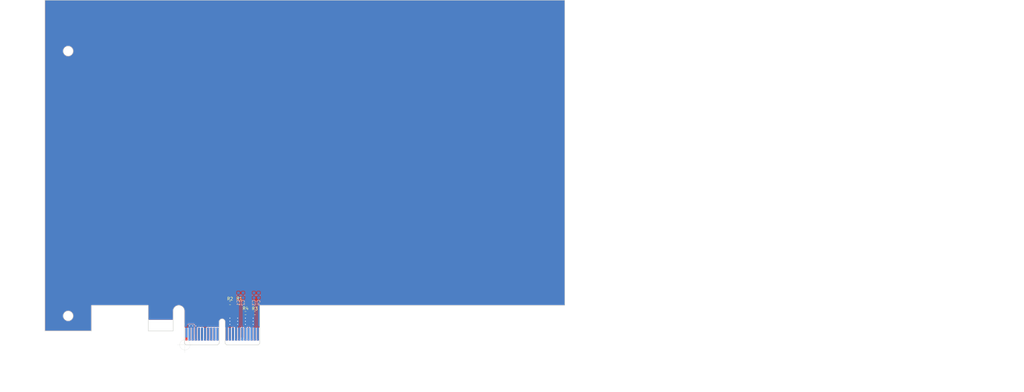
<source format=kicad_pcb>
(kicad_pcb (version 20241229) (generator "pcbnew") (generator_version "9.0")
  (layers (0 "F.Cu" signal) (4 "In1.Cu" signal) (6 "In2.Cu" signal) (2 "B.Cu" signal) (13 "F.Paste" user) (15 "B.Paste" user) (5 "F.SilkS" user "F.Silkscreen") (7 "B.SilkS" user "B.Silkscreen") (1 "F.Mask" user) (3 "B.Mask" user) (25 "Edge.Cuts" user))
  (net 0 "")
  (net 1 "GND")
  (net 2 "+12V")
  (net 3 "/PET0_N")
  (net 4 "/PET1_N")
  (net 5 "/PET0_P")
  (net 6 "/PET1_P")
  (net 7 "/PCIexpress_connector/_PER0_P")
  (net 8 "/PCIexpress_connector/_PER0_N")
  (net 9 "/PCIexpress_connector/_PER1_P")
  (net 10 "/PCIexpress_connector/_PER1_N")
  (net 11 "/~{PRSNT1}")
  (net 12 "/TCK")
  (net 13 "/TDI")
  (net 14 "/TDO")
  (net 15 "/TMS")
  (net 16 "+3V3")
  (net 17 "/~{PERST}")
  (net 18 "/REFCLK+")
  (net 19 "/REFCLK-")
  (net 20 "/SMCLK")
  (net 21 "/SMDAT")
  (net 22 "/~{TRST}")
  (net 23 "+3.3VA")
  (net 24 "/~{WAKE}")
  (net 25 "/~{PRSNT2x1}")
  (net 26 "/PER0_P")
  (net 27 "/PER0_N")
  (net 28 "/PER1_P")
  (net 29 "/PER1_N")
  (footprint "PCIexpress:PCIexpress_bracket_full" (layer "F.Cu") (at 106.63 196.569647)
    (property "Reference" "J1" (hide yes))
    (property "Value" "PCIexpress_bracket")
  )
  (footprint "PCIexpress:PCIexpress_x2" (layer "F.Cu") (at 106.63 196.57)
    (property "Reference" "J1" (hide yes))
    (property "Value" "PCIexpress_x2")
    (pad "A1" connect rect (at 0.5 -4) (size 0.7 3.2) (layers "B.Cu") (net 11 "/~{PRSNT1}"))
    (pad "A2" connect rect (at 1.5 -3.5) (size 0.7 4.2) (layers "B.Cu") (net 2 "+12V"))
    (pad "A3" connect rect (at 2.5 -3.5) (size 0.7 4.2) (layers "B.Cu") (net 2 "+12V"))
    (pad "A4" connect rect (at 3.5 -3.5) (size 0.7 4.2) (layers "B.Cu") (net 1 "GND"))
    (pad "A5" connect rect (at 4.5 -3.5) (size 0.7 4.2) (layers "B.Cu") (net 12 "/TCK"))
    (pad "A6" connect rect (at 5.5 -3.5) (size 0.7 4.2) (layers "B.Cu") (net 13 "/TDI"))
    (pad "A7" connect rect (at 6.5 -3.5) (size 0.7 4.2) (layers "B.Cu") (net 14 "/TDO"))
    (pad "A8" connect rect (at 7.5 -3.5) (size 0.7 4.2) (layers "B.Cu") (net 15 "/TMS"))
    (pad "A9" connect rect (at 8.5 -3.5) (size 0.7 4.2) (layers "B.Cu") (net 16 "+3V3"))
    (pad "A10" connect rect (at 9.5 -3.5) (size 0.7 4.2) (layers "B.Cu") (net 16 "+3V3"))
    (pad "A11" connect rect (at 10.5 -3.5) (size 0.7 4.2) (layers "B.Cu") (net 17 "/~{PERST}"))
    (pad "A12" connect rect (at 13.5 -3.5) (size 0.7 4.2) (layers "B.Cu") (net 1 "GND"))
    (pad "A13" connect rect (at 14.5 -3.5) (size 0.7 4.2) (layers "B.Cu") (net 18 "/REFCLK+"))
    (pad "A14" connect rect (at 15.5 -3.5) (size 0.7 4.2) (layers "B.Cu") (net 19 "/REFCLK-"))
    (pad "A15" connect rect (at 16.5 -3.5) (size 0.7 4.2) (layers "B.Cu") (net 1 "GND"))
    (pad "A16" connect rect (at 17.5 -3.5) (size 0.7 4.2) (layers "B.Cu") (net 7 "/PCIexpress_connector/_PER0_P"))
    (pad "A17" connect rect (at 18.5 -3.5) (size 0.7 4.2) (layers "B.Cu") (net 8 "/PCIexpress_connector/_PER0_N"))
    (pad "A18" connect rect (at 19.5 -3.5) (size 0.7 4.2) (layers "B.Cu") (net 1 "GND"))
    (pad "A19" connect rect (at 20.5 -3.5) (size 0.7 4.2) (layers "B.Cu"))
    (pad "A20" connect rect (at 21.5 -3.5) (size 0.7 4.2) (layers "B.Cu") (net 1 "GND"))
    (pad "A21" connect rect (at 22.5 -3.5) (size 0.7 4.2) (layers "B.Cu") (net 9 "/PCIexpress_connector/_PER1_P"))
    (pad "A22" connect rect (at 23.5 -3.5) (size 0.7 4.2) (layers "B.Cu") (net 10 "/PCIexpress_connector/_PER1_N"))
    (pad "B1" connect rect (at 0.5 -3.5) (size 0.7 4.2) (layers "F.Cu") (net 2 "+12V"))
    (pad "B2" connect rect (at 1.5 -3.5) (size 0.7 4.2) (layers "F.Cu") (net 2 "+12V"))
    (pad "B3" connect rect (at 2.5 -3.5) (size 0.7 4.2) (layers "F.Cu") (net 2 "+12V"))
    (pad "B4" connect rect (at 3.5 -3.5) (size 0.7 4.2) (layers "F.Cu") (net 1 "GND"))
    (pad "B5" connect rect (at 4.5 -3.5) (size 0.7 4.2) (layers "F.Cu") (net 20 "/SMCLK"))
    (pad "B6" connect rect (at 5.5 -3.5) (size 0.7 4.2) (layers "F.Cu") (net 21 "/SMDAT"))
    (pad "B7" connect rect (at 6.5 -3.5) (size 0.7 4.2) (layers "F.Cu") (net 1 "GND"))
    (pad "B8" connect rect (at 7.5 -3.5) (size 0.7 4.2) (layers "F.Cu") (net 16 "+3V3"))
    (pad "B9" connect rect (at 8.5 -3.5) (size 0.7 4.2) (layers "F.Cu") (net 22 "/~{TRST}"))
    (pad "B10" connect rect (at 9.5 -3.5) (size 0.7 4.2) (layers "F.Cu") (net 23 "+3.3VA"))
    (pad "B11" connect rect (at 10.5 -3.5) (size 0.7 4.2) (layers "F.Cu") (net 24 "/~{WAKE}"))
    (pad "B12" connect rect (at 13.5 -3.5) (size 0.7 4.2) (layers "F.Cu"))
    (pad "B13" connect rect (at 14.5 -3.5) (size 0.7 4.2) (layers "F.Cu") (net 1 "GND"))
    (pad "B14" connect rect (at 15.5 -3.5) (size 0.7 4.2) (layers "F.Cu") (net 5 "/PET0_P"))
    (pad "B15" connect rect (at 16.5 -3.5) (size 0.7 4.2) (layers "F.Cu") (net 3 "/PET0_N"))
    (pad "B16" connect rect (at 17.5 -3.5) (size 0.7 4.2) (layers "F.Cu") (net 1 "GND"))
    (pad "B17" connect rect (at 18.5 -4) (size 0.7 3.2) (layers "F.Cu") (net 25 "/~{PRSNT2x1}"))
    (pad "B18" connect rect (at 19.5 -3.5) (size 0.7 4.2) (layers "F.Cu") (net 1 "GND"))
    (pad "B19" connect rect (at 20.5 -3.5) (size 0.7 4.2) (layers "F.Cu") (net 6 "/PET1_P"))
    (pad "B20" connect rect (at 21.5 -3.5) (size 0.7 4.2) (layers "F.Cu") (net 4 "/PET1_N"))
    (pad "B21" connect rect (at 22.5 -3.5) (size 0.7 4.2) (layers "F.Cu") (net 1 "GND"))
    (pad "B22" connect rect (at 23.5 -3.5) (size 0.7 4.2) (layers "F.Cu") (net 1 "GND"))
  )
  (footprint "Resistor_SMD:R_0603_1608Metric" (layer "F.Cu") (at 124.1675 183.07)
    (property "Reference" "R1" (at 0 -1.43 0) (layer "F.SilkS"))
    (property "Value" "49.9")
    (fp_line (start -0.237258 -0.5225) (end 0.237258 -0.5225) (stroke (width 0.12)) (layer "F.SilkS"))
    (fp_line (start -0.237258 0.5225) (end 0.237258 0.5225) (stroke (width 0.12)) (layer "F.SilkS"))
    (pad "1" smd roundrect (at -0.825 0) (size 0.8 0.95) (layers "F.Cu" "F.Mask" "F.Paste") (net 3 "/PET0_N"))
    (pad "2" smd roundrect (at 0.825 0) (size 0.8 0.95) (layers "F.Cu" "F.Mask" "F.Paste") (net 1 "GND"))
  )
  (footprint "Resistor_SMD:R_0603_1608Metric" (layer "F.Cu") (at 129.1675 186.32)
    (property "Reference" "R3" (at 0 -1.43 0) (layer "F.SilkS"))
    (property "Value" "49.9")
    (fp_line (start -0.237258 -0.5225) (end 0.237258 -0.5225) (stroke (width 0.12)) (layer "F.SilkS"))
    (fp_line (start -0.237258 0.5225) (end 0.237258 0.5225) (stroke (width 0.12)) (layer "F.SilkS"))
    (pad "1" smd roundrect (at -0.825 0) (size 0.8 0.95) (layers "F.Cu" "F.Mask" "F.Paste") (net 4 "/PET1_N"))
    (pad "2" smd roundrect (at 0.825 0) (size 0.8 0.95) (layers "F.Cu" "F.Mask" "F.Paste") (net 1 "GND"))
  )
  (footprint "Resistor_SMD:R_0603_1608Metric" (layer "F.Cu") (at 126.1675 186.32 180)
    (property "Reference" "R4" (at 0 1.505 0) (layer "F.SilkS"))
    (property "Value" "49.9")
    (fp_line (start -0.237258 0.5225) (end 0.237258 0.5225) (stroke (width 0.12)) (layer "F.SilkS"))
    (fp_line (start -0.237258 -0.5225) (end 0.237258 -0.5225) (stroke (width 0.12)) (layer "F.SilkS"))
    (pad "1" smd roundrect (at -0.825 0 180) (size 0.8 0.95) (layers "F.Cu" "F.Mask" "F.Paste") (net 6 "/PET1_P"))
    (pad "2" smd roundrect (at 0.825 0 180) (size 0.8 0.95) (layers "F.Cu" "F.Mask" "F.Paste") (net 1 "GND"))
  )
  (footprint "Resistor_SMD:R_0603_1608Metric" (layer "F.Cu") (at 121.1675 183.07 180)
    (property "Reference" "R2" (at 0 1.365 0) (layer "F.SilkS"))
    (property "Value" "49.9")
    (fp_line (start -0.237258 0.5225) (end 0.237258 0.5225) (stroke (width 0.12)) (layer "F.SilkS"))
    (fp_line (start -0.237258 -0.5225) (end 0.237258 -0.5225) (stroke (width 0.12)) (layer "F.SilkS"))
    (pad "1" smd roundrect (at -0.825 0 180) (size 0.8 0.95) (layers "F.Cu" "F.Mask" "F.Paste") (net 5 "/PET0_P"))
    (pad "2" smd roundrect (at 0.825 0 180) (size 0.8 0.95) (layers "F.Cu" "F.Mask" "F.Paste") (net 1 "GND"))
  )
  (footprint "Capacitor_SMD:C_0603_1608Metric" (layer "B.Cu") (at 128.88 180.5575 -90)
    (property "Reference" "C3" (at 2.4125 0 90) (layer "B.SilkS") (effects (justify mirror)))
    (property "Value" "100n")
    (fp_line (start -0.14058 0.51) (end 0.14058 0.51) (stroke (width 0.12)) (layer "B.SilkS"))
    (fp_line (start -0.14058 -0.51) (end 0.14058 -0.51) (stroke (width 0.12)) (layer "B.SilkS"))
    (pad "1" smd roundrect (at -0.775 0 270) (size 0.9 0.95) (layers "B.Cu" "B.Mask" "B.Paste") (net 28 "/PER1_P"))
    (pad "2" smd roundrect (at 0.775 0 270) (size 0.9 0.95) (layers "B.Cu" "B.Mask" "B.Paste") (net 9 "/PCIexpress_connector/_PER1_P"))
  )
  (footprint "Capacitor_SMD:C_0603_1608Metric" (layer "B.Cu") (at 125.38 180.5575 90)
    (property "Reference" "C2" (at -2.4275 0.005 90) (layer "B.SilkS") (effects (justify mirror)))
    (property "Value" "100n")
    (fp_line (start -0.14058 -0.51) (end 0.14058 -0.51) (stroke (width 0.12)) (layer "B.SilkS"))
    (fp_line (start -0.14058 0.51) (end 0.14058 0.51) (stroke (width 0.12)) (layer "B.SilkS"))
    (pad "1" smd roundrect (at -0.775 0 90) (size 0.9 0.95) (layers "B.Cu" "B.Mask" "B.Paste") (net 8 "/PCIexpress_connector/_PER0_N"))
    (pad "2" smd roundrect (at 0.775 0 90) (size 0.9 0.95) (layers "B.Cu" "B.Mask" "B.Paste") (net 27 "/PER0_N"))
  )
  (footprint "Capacitor_SMD:C_0603_1608Metric" (layer "B.Cu") (at 123.88 180.5575 -90)
    (property "Reference" "C1" (at 2.4375 0 270) (layer "B.SilkS") (effects (justify mirror)))
    (property "Value" "100n")
    (fp_line (start -0.14058 0.51) (end 0.14058 0.51) (stroke (width 0.12)) (layer "B.SilkS"))
    (fp_line (start -0.14058 -0.51) (end 0.14058 -0.51) (stroke (width 0.12)) (layer "B.SilkS"))
    (pad "1" smd roundrect (at -0.775 0 270) (size 0.9 0.95) (layers "B.Cu" "B.Mask" "B.Paste") (net 26 "/PER0_P"))
    (pad "2" smd roundrect (at 0.775 0 270) (size 0.9 0.95) (layers "B.Cu" "B.Mask" "B.Paste") (net 7 "/PCIexpress_connector/_PER0_P"))
  )
  (footprint "Capacitor_SMD:C_0603_1608Metric" (layer "B.Cu") (at 130.38 180.5575 90)
    (property "Reference" "C4" (at -2.4125 0.005 90) (layer "B.SilkS") (effects (justify mirror)))
    (property "Value" "100n")
    (fp_line (start -0.14058 -0.51) (end 0.14058 -0.51) (stroke (width 0.12)) (layer "B.SilkS"))
    (fp_line (start -0.14058 0.51) (end 0.14058 0.51) (stroke (width 0.12)) (layer "B.SilkS"))
    (pad "1" smd roundrect (at -0.775 0 90) (size 0.9 0.95) (layers "B.Cu" "B.Mask" "B.Paste") (net 10 "/PCIexpress_connector/_PER1_N"))
    (pad "2" smd roundrect (at 0.775 0 90) (size 0.9 0.95) (layers "B.Cu" "B.Mask" "B.Paste") (net 29 "/PER1_N"))
  )
  (gr_line (start 119.58 196.07) (end 120.08 196.57) (stroke (width 0.15)) (layer "Edge.Cuts"))
  (gr_line (start 106.48 185.645) (end 106.48 196.07) (stroke (width 0.15)) (layer "Edge.Cuts"))
  (gr_line (start 119.58 189.12) (end 119.58 196.07) (stroke (width 0.15)) (layer "Edge.Cuts"))
  (gr_circle (center 68.98 187.22) (end 70.58 187.22) (stroke (width 0.15)) (fill no) (layer "Edge.Cuts"))
  (gr_arc (start 102.83 185.645) (mid 104.655 183.82) (end 106.48 185.645) (stroke (width 0.15)) (layer "Edge.Cuts"))
  (gr_circle (center 68.98 101.82) (end 70.58 101.82) (stroke (width 0.15)) (fill no) (layer "Edge.Cuts"))
  (gr_line (start 94.83 183.82) (end 94.83 192.07) (stroke (width 0.15)) (layer "Edge.Cuts"))
  (gr_line (start 106.48 196.07) (end 106.98 196.57) (stroke (width 0.15)) (layer "Edge.Cuts"))
  (gr_line (start 76.48 183.82) (end 94.83 183.82) (stroke (width 0.15)) (layer "Edge.Cuts"))
  (gr_arc (start 117.68 189.12) (mid 118.63 188.17) (end 119.58 189.12) (stroke (width 0.15)) (layer "Edge.Cuts"))
  (gr_line (start 61.48 85.42) (end 61.48 192.07) (stroke (width 0.15)) (layer "Edge.Cuts"))
  (gr_line (start 130.78 196.07) (end 130.28 196.57) (stroke (width 0.15)) (layer "Edge.Cuts"))
  (gr_line (start 102.83 192.07) (end 102.83 185.645) (stroke (width 0.15)) (layer "Edge.Cuts"))
  (gr_line (start 106.98 196.57) (end 117.18 196.57) (stroke (width 0.15)) (layer "Edge.Cuts"))
  (gr_line (start 76.48 192.07) (end 76.48 183.82) (stroke (width 0.15)) (layer "Edge.Cuts"))
  (gr_line (start 117.68 196.07) (end 117.68 189.12) (stroke (width 0.15)) (layer "Edge.Cuts"))
  (gr_line (start 130.28 196.57) (end 120.08 196.57) (stroke (width 0.15)) (layer "Edge.Cuts"))
  (gr_line (start 117.18 196.57) (end 117.68 196.07) (stroke (width 0.15)) (layer "Edge.Cuts"))
  (gr_line (start 229.1327 183.82) (end 130.78 183.82) (stroke (width 0.15)) (layer "Edge.Cuts"))
  (gr_line (start 94.83 192.07) (end 102.83 192.07) (stroke (width 0.15)) (layer "Edge.Cuts"))
  (gr_line (start 61.48 192.07) (end 76.48 192.07) (stroke (width 0.15)) (layer "Edge.Cuts"))
  (gr_line (start 130.78 196.07) (end 130.78 183.82) (stroke (width 0.15)) (layer "Edge.Cuts"))
  (gr_line (start 61.48 85.42) (end 229.13 85.42) (stroke (width 0.15)) (layer "Edge.Cuts"))
  (gr_line (start 229.13 85.42) (end 229.1327 183.82) (stroke (width 0.15)) (layer "Edge.Cuts"))
  (target plus (at 106.63 196.57) (size 5) (width 0.05) (layer "Edge.Cuts"))
  (segment (start 110.13 190.57) (end 110.13 190.57) (width 0.7) (layer "F.Cu") (net 1))
  (segment (start 110.13 193.07) (end 110.13 190.445) (width 0.7) (layer "F.Cu") (net 1))
  (via (at 126.13 187.945) (size 0.55) (drill 0.3) (layers "F.Cu" "B.Cu") (net 1))
  (via (at 128.63 187.945) (size 0.55) (drill 0.3) (layers "F.Cu" "B.Cu") (net 1))
  (via (at 123.63 189.945) (size 0.55) (drill 0.3) (layers "F.Cu" "B.Cu") (net 1))
  (via (at 126.13 189.945) (size 0.55) (drill 0.3) (layers "F.Cu" "B.Cu") (net 1))
  (via (at 121.13 188.945) (size 0.55) (drill 0.3) (layers "F.Cu" "B.Cu") (net 1))
  (via (at 123.63 187.945) (size 0.55) (drill 0.3) (layers "F.Cu" "B.Cu") (net 1))
  (via (at 110.13 190.445) (size 0.55) (drill 0.3) (layers "F.Cu" "B.Cu") (net 1))
  (via (at 128.63 188.945) (size 0.55) (drill 0.3) (layers "F.Cu" "B.Cu") (net 1))
  (via (at 123.63 188.945) (size 0.55) (drill 0.3) (layers "F.Cu" "B.Cu") (net 1))
  (via (at 128.63 189.945) (size 0.55) (drill 0.3) (layers "F.Cu" "B.Cu") (net 1))
  (via (at 121.13 187.945) (size 0.55) (drill 0.3) (layers "F.Cu" "B.Cu") (net 1))
  (via (at 126.13 188.945) (size 0.55) (drill 0.3) (layers "F.Cu" "B.Cu") (net 1))
  (via (at 121.13 189.945) (size 0.55) (drill 0.3) (layers "F.Cu" "B.Cu") (net 1))
  (segment (start 108.13 193.07) (end 108.13 190.445) (width 0.0889) (layer "F.Cu") (net 2))
  (via (at 108.13 190.445) (size 0.55) (drill 0.3) (layers "F.Cu" "B.Cu") (net 2))
  (via (at 109.13 190.445) (size 0.55) (drill 0.3) (layers "F.Cu" "B.Cu") (net 2))
  (segment (start 122.83 190.52) (end 122.83 184.245) (width 0.2) (layer "F.Cu") (net 3))
  (segment (start 123.13 193.07) (end 123.13 190.82) (width 0.2) (layer "F.Cu") (net 3))
  (segment (start 123.3425 183.7325) (end 123.3425 183.07) (width 0.2) (layer "F.Cu") (net 3))
  (segment (start 122.83 184.245) (end 123.3425 183.7325) (width 0.2) (layer "F.Cu") (net 3))
  (segment (start 123.13 190.82) (end 122.83 190.52) (width 0.2) (layer "F.Cu") (net 3))
  (segment (start 128.3425 186.9825) (end 128.3425 186.32) (width 0.2) (layer "F.Cu") (net 4))
  (segment (start 127.83 190.52) (end 127.83 187.495) (width 0.2) (layer "F.Cu") (net 4))
  (segment (start 128.13 193.07) (end 128.13 190.82) (width 0.2) (layer "F.Cu") (net 4))
  (segment (start 128.13 190.82) (end 127.83 190.52) (width 0.2) (layer "F.Cu") (net 4))
  (segment (start 127.83 187.495) (end 128.3425 186.9825) (width 0.2) (layer "F.Cu") (net 4))
  (segment (start 122.43 184.22625) (end 121.9175 183.71375) (width 0.2) (layer "F.Cu") (net 5))
  (segment (start 121.9175 183.71375) (end 121.9175 183.07) (width 0.2) (layer "F.Cu") (net 5))
  (segment (start 122.13 193.07) (end 122.13 190.82) (width 0.2) (layer "F.Cu") (net 5))
  (segment (start 122.43 190.52) (end 122.43 184.22625) (width 0.2) (layer "F.Cu") (net 5))
  (segment (start 122.13 190.82) (end 122.43 190.52) (width 0.2) (layer "F.Cu") (net 5))
  (segment (start 127.43 190.52) (end 127.43 187.495) (width 0.2) (layer "F.Cu") (net 6))
  (segment (start 127.13 190.82) (end 127.43 190.52) (width 0.2) (layer "F.Cu") (net 6))
  (segment (start 127.13 193.07) (end 127.13 190.82) (width 0.2) (layer "F.Cu") (net 6))
  (segment (start 126.9175 186.9825) (end 126.9175 186.32) (width 0.2) (layer "F.Cu") (net 6))
  (segment (start 127.43 187.495) (end 126.9175 186.9825) (width 0.2) (layer "F.Cu") (net 6))
  (segment (start 124.13 193.07) (end 124.13 190.82) (width 0.2) (layer "B.Cu") (net 7))
  (segment (start 123.88 181.945) (end 123.88 181.3575) (width 0.2) (layer "B.Cu") (net 7))
  (segment (start 124.43 182.495) (end 123.88 181.945) (width 0.2) (layer "B.Cu") (net 7))
  (segment (start 124.43 190.52) (end 124.43 182.495) (width 0.2) (layer "B.Cu") (net 7))
  (segment (start 124.13 190.82) (end 124.43 190.52) (width 0.2) (layer "B.Cu") (net 7))
  (segment (start 125.13 190.82) (end 125.13 193.07) (width 0.2) (layer "B.Cu") (net 8))
  (segment (start 125.38 181.945) (end 124.83 182.495) (width 0.2) (layer "B.Cu") (net 8))
  (segment (start 124.83 190.52) (end 125.13 190.82) (width 0.2) (layer "B.Cu") (net 8))
  (segment (start 124.83 182.495) (end 124.83 190.52) (width 0.2) (layer "B.Cu") (net 8))
  (segment (start 125.38 181.3575) (end 125.38 181.945) (width 0.2) (layer "B.Cu") (net 8))
  (segment (start 128.88 181.945) (end 128.88 181.3575) (width 0.2) (layer "B.Cu") (net 9))
  (segment (start 129.43 190.52) (end 129.43 182.495) (width 0.2) (layer "B.Cu") (net 9))
  (segment (start 129.13 193.07) (end 129.13 190.82) (width 0.2) (layer "B.Cu") (net 9))
  (segment (start 129.13 190.82) (end 129.43 190.52) (width 0.2) (layer "B.Cu") (net 9))
  (segment (start 129.43 182.495) (end 128.88 181.945) (width 0.2) (layer "B.Cu") (net 9))
  (segment (start 129.83 182.495) (end 129.83 190.52) (width 0.2) (layer "B.Cu") (net 10))
  (segment (start 130.38 181.945) (end 129.83 182.495) (width 0.2) (layer "B.Cu") (net 10))
  (segment (start 130.38 181.3575) (end 130.38 181.945) (width 0.2) (layer "B.Cu") (net 10))
  (segment (start 130.13 190.82) (end 130.13 193.07) (width 0.2) (layer "B.Cu") (net 10))
  (segment (start 129.83 190.52) (end 130.13 190.82) (width 0.2) (layer "B.Cu") (net 10))
  (zone (net 2) (net_name "+12V") (layer "F.Cu") (priority 2) (connect_pads thru_hole_only (clearance 0)) (min_thickness 0.25) (fill yes (thermal_gap 0.508) (thermal_bridge_width 0.508))
    (polygon (pts (xy 109.63 190.971) (xy 106.38 190.971) (xy 106.38 189.945) (xy 109.63 189.945)))
  )
  (zone (net 1) (net_name "GND") (layer "F.Cu") (connect_pads thru_hole_only (clearance 0)) (min_thickness 0.25) (fill yes (thermal_gap 0.508) (thermal_bridge_width 0.508))
    (polygon (pts (xy 61.505 85.445) (xy 229.13 85.445) (xy 229.13 183.82) (xy 130.79 183.82) (xy 130.79 190.97) (xy 106.38 190.97) (xy 106.38 185.695) (xy 102.88 185.695) (xy 102.88 188.445) (xy 94.755 188.445) (xy 94.755 183.82) (xy 76.505 183.82) (xy 76.505 192.07) (xy 61.505 192.07)))
  )
  (zone (net 0) (net_name "") (layers "F.Cu" "B.Cu" "In1.Cu" "In2.Cu") (connect_pads (clearance 0)) (min_thickness 0.254)
    (keepout (tracks not_allowed) (vias not_allowed) (pads allowed) (copperpour not_allowed) (footprints allowed))
    (fill (thermal_gap 0.508) (thermal_bridge_width 0.508))
    (polygon (pts (xy 94.83 188.57) (xy 102.83 188.57) (xy 102.83 192.07) (xy 94.83 192.07)))
  )
  (zone (net 1) (net_name "GND") (layer "B.Cu") (connect_pads thru_hole_only (clearance 0)) (min_thickness 0.25) (fill yes (thermal_gap 0.508) (thermal_bridge_width 0.508))
    (polygon (pts (xy 61.505 85.445) (xy 229.13 85.445) (xy 229.13 183.82) (xy 130.79 183.82) (xy 130.79 190.97) (xy 106.38 190.97) (xy 106.38 185.695) (xy 102.88 185.695) (xy 102.88 188.445) (xy 94.755 188.445) (xy 94.755 183.82) (xy 76.505 183.82) (xy 76.505 192.07) (xy 61.505 192.07)))
  )
  (zone (net 2) (net_name "+12V") (layer "B.Cu") (priority 2) (connect_pads thru_hole_only (clearance 0)) (min_thickness 0.25) (fill yes (thermal_gap 0.508) (thermal_bridge_width 0.508))
    (polygon (pts (xy 109.63 190.971) (xy 107.63 190.971) (xy 107.63 189.945) (xy 109.63 189.945)))
  )
)
</source>
